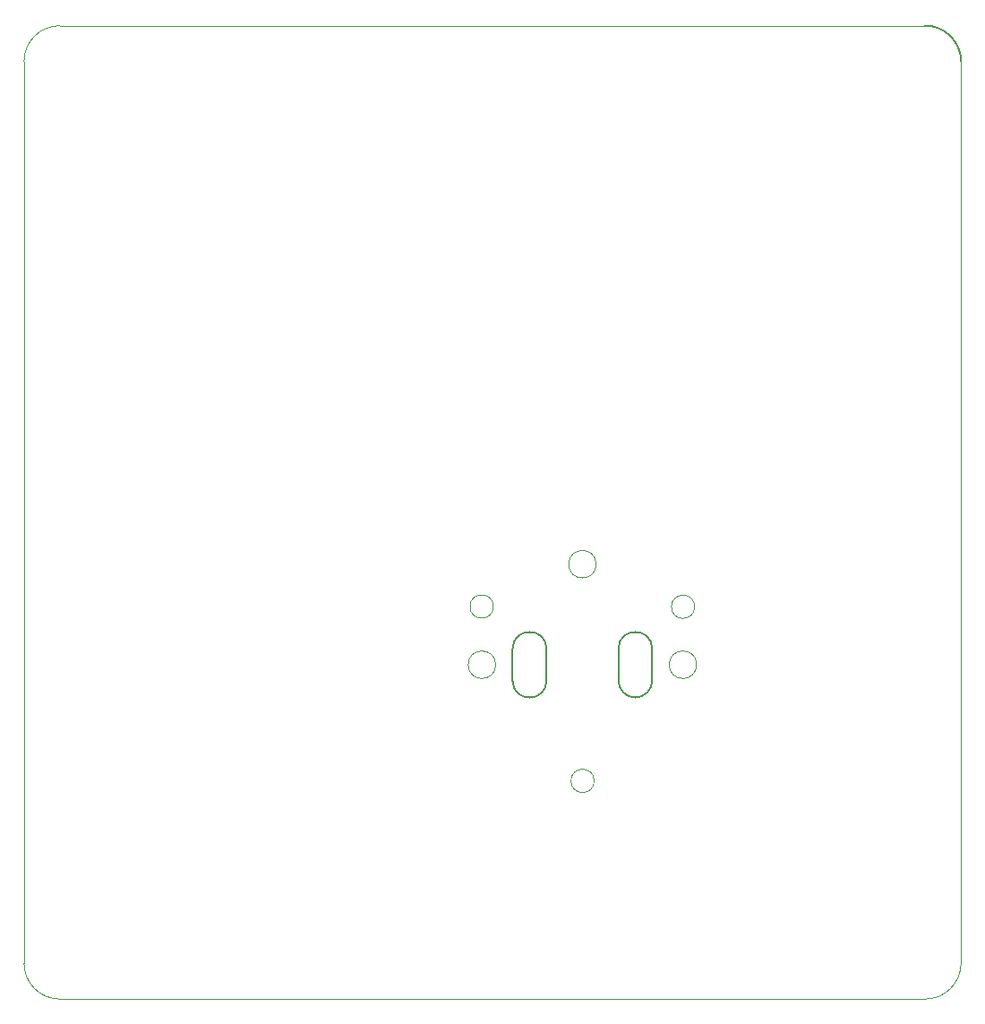
<source format=gbr>
%TF.GenerationSoftware,KiCad,Pcbnew,(6.0.1)*%
%TF.CreationDate,2023-04-08T22:05:36+08:00*%
%TF.ProjectId,Scroller Motor 1,5363726f-6c6c-4657-9220-4d6f746f7220,rev?*%
%TF.SameCoordinates,Original*%
%TF.FileFunction,Profile,NP*%
%FSLAX46Y46*%
G04 Gerber Fmt 4.6, Leading zero omitted, Abs format (unit mm)*
G04 Created by KiCad (PCBNEW (6.0.1)) date 2023-04-08 22:05:36*
%MOMM*%
%LPD*%
G01*
G04 APERTURE LIST*
%TA.AperFunction,Profile*%
%ADD10C,0.100000*%
%TD*%
%TA.AperFunction,Profile*%
%ADD11C,0.200000*%
%TD*%
%TA.AperFunction,Profile*%
%ADD12C,0.120000*%
%TD*%
G04 APERTURE END LIST*
D10*
X74200000Y-155200000D02*
X74200000Y-70000000D01*
X159400000Y-158600000D02*
G75*
G03*
X162800000Y-155200000I0J3400000D01*
G01*
X77600000Y-66600000D02*
G75*
G03*
X74200000Y-70000000I0J-3400000D01*
G01*
D11*
X162800000Y-70000000D02*
G75*
G03*
X159400000Y-66600000I-3400000J0D01*
G01*
D10*
X159400000Y-158600000D02*
X77600000Y-158600000D01*
X162800000Y-70000000D02*
X162800000Y-155200000D01*
X77600000Y-66600000D02*
X159400000Y-66600000D01*
X74200000Y-155200000D02*
G75*
G03*
X77600000Y-158600000I3400000J0D01*
G01*
D12*
%TO.C,Mnt2*%
X128300000Y-117500000D02*
G75*
G03*
X128300000Y-117500000I-1300000J0D01*
G01*
X137800000Y-127000000D02*
G75*
G03*
X137800000Y-127000000I-1300000J0D01*
G01*
X118800000Y-127000000D02*
G75*
G03*
X118800000Y-127000000I-1300000J0D01*
G01*
%TO.C,Mnt0*%
X128113140Y-137977241D02*
G75*
G03*
X128113140Y-137977241I-1100000J0D01*
G01*
X137613140Y-121522759D02*
G75*
G03*
X137613140Y-121522759I-1100000J0D01*
G01*
X118573721Y-121500000D02*
G75*
G03*
X118573721Y-121500000I-1100000J0D01*
G01*
D11*
%TO.C,Mnt1*%
X120400000Y-125500618D02*
X120400000Y-128500618D01*
X133600000Y-128500618D02*
X133600000Y-125500618D01*
X123600000Y-128500000D02*
X123600000Y-125500618D01*
X130400000Y-125500618D02*
X130400000Y-128500000D01*
X133600000Y-125500618D02*
G75*
G03*
X130400000Y-125500618I-1600000J0D01*
G01*
X123600000Y-125500618D02*
G75*
G03*
X120400000Y-125500618I-1600000J0D01*
G01*
X120400000Y-128500618D02*
G75*
G03*
X123600000Y-128500000I1600000J309D01*
G01*
X130400000Y-128500000D02*
G75*
G03*
X133600000Y-128500618I1600000J-309D01*
G01*
%TD*%
M02*

</source>
